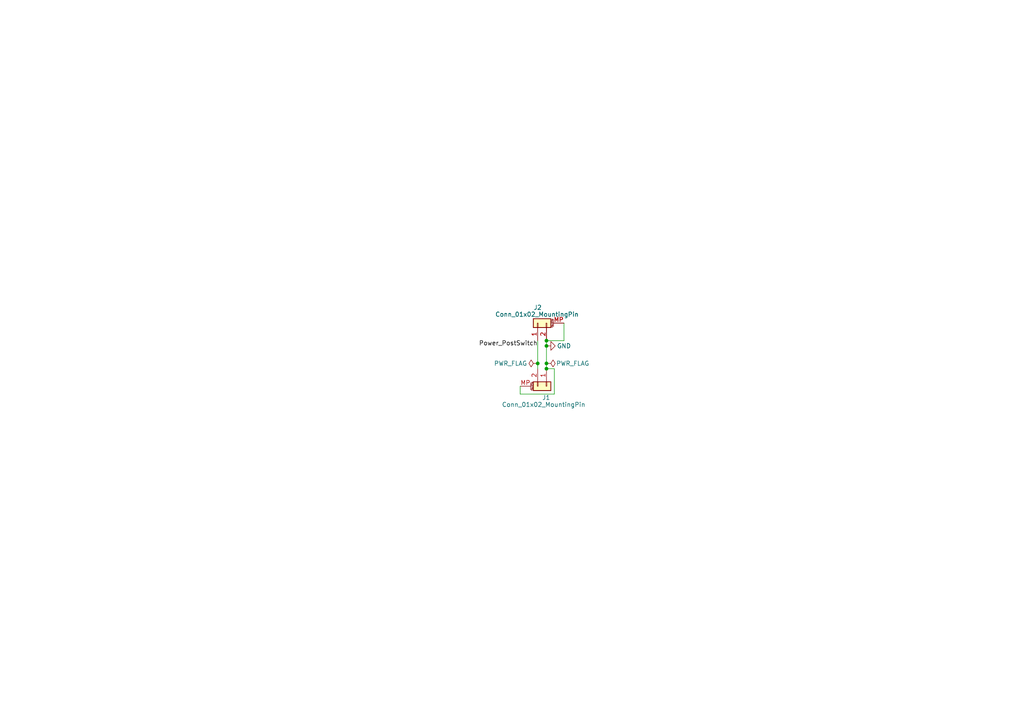
<source format=kicad_sch>
(kicad_sch (version 20211123) (generator eeschema)
  (paper "A4")
  (lib_symbols
    (symbol "Connector_Generic_MountingPin:Conn_01x02_MountingPin" (pin_names (offset 1.016) hide)
      (property "Reference" "J" (at 0 2.54 0))
      (property "Value" "Conn_01x02_MountingPin" (at 1.27 -5.08 0))
      (symbol "Conn_01x02_MountingPin_1_1"
        (rectangle (start -1.27 -2.413) (end 0 -2.667) (stroke (width 0.1524)))
        (rectangle (start -1.27 0.127) (end 0 -0.127) (stroke (width 0.1524)))
        (rectangle (start -1.27 1.27) (end 1.27 -3.81) (stroke (width 0.254)) (fill (type background)))
        (polyline (pts (xy -1.016 -4.572) (xy 1.016 -4.572)) (stroke (width 0.1524)))
        (text "Mounting" (at 0 -4.191 0) (effects (font (size 0.381 0.381))))
        (pin passive line (at -5.08 0 0) (length 3.81) (name "Pin_1") (number "1"))
        (pin passive line (at -5.08 -2.54 0) (length 3.81) (name "Pin_2") (number "2"))
        (pin passive line (at 0 -7.62 90) (length 3.048) (name "MountPin") (number "MP"))
      )
    )
    (symbol "power:GND" (power) (pin_names (offset 0))
      (property "Value" "GND" (at 0 -3.81 0))
      (symbol "GND_0_1"
        (polyline (pts (xy 0 0) (xy 0 -1.27) (xy 1.27 -1.27) (xy 0 -2.54) (xy -1.27 -1.27) (xy 0 -1.27)))
      )
      (symbol "GND_1_1"
        (pin power_in line (at 0 0 270) (length 0) hide (name "GND") (number "1"))
      )
    )
    (symbol "power:PWR_FLAG" (power) (pin_numbers hide) (pin_names (offset 0) hide)
      (property "Value" "PWR_FLAG" (at 0 3.81 0))
      (symbol "PWR_FLAG_0_0"
        (pin power_out line (at 0 0 90) (length 0) (name "pwr") (number "1"))
      )
      (symbol "PWR_FLAG_0_1"
        (polyline (pts (xy 0 0) (xy 0 1.27) (xy -1.016 1.905) (xy 0 2.54) (xy 1.016 1.905) (xy 0 1.27)))
      )
    )
  )
  (junction (at 158.496 105.41))
  (junction (at 158.496 100.33))
  (junction (at 158.496 106.934))
  (junction (at 158.496 98.806))
  (junction (at 155.956 105.41))
  (wire (pts (xy 163.576 98.806) (xy 158.496 98.806)))
  (wire (pts (xy 160.782 114.3) (xy 160.782 106.934)))
  (wire (pts (xy 155.956 105.41) (xy 155.956 98.806)))
  (wire (pts (xy 158.496 100.33) (xy 158.496 98.806)))
  (wire (pts (xy 150.876 114.3) (xy 160.782 114.3)))
  (wire (pts (xy 158.496 106.934) (xy 158.496 105.41)))
  (wire (pts (xy 158.496 105.41) (xy 158.496 100.33)))
  (wire (pts (xy 160.782 106.934) (xy 158.496 106.934)))
  (wire (pts (xy 155.956 106.934) (xy 155.956 105.41)))
  (wire (pts (xy 150.876 112.014) (xy 150.876 114.3)))
  (wire (pts (xy 163.576 93.726) (xy 163.576 98.806)))
  (label "Power_PostSwitch" (at 155.956 100.584 180))
  (symbol (lib_id "Connector_Generic_MountingPin:Conn_01x02_MountingPin") (at 158.496 112.014 270) (unit 1)
    (property "Reference" "J1" (at 157.226 115.316 90) (effects (justify left)))
    (property "Value" "Conn_01x02_MountingPin" (at 145.542 117.348 90) (effects (justify left)))
    (property "Footprint" "Connector_Molex:Molex_PicoBlade_53261-0271_1x02-1MP_P1.25mm_Horizontal" (effects hide))
  )
  (symbol (lib_id "Connector_Generic_MountingPin:Conn_01x02_MountingPin") (at 155.956 93.726 90) (unit 1)
    (property "Reference" "J2" (at 157.1634 89.1922 90) (effects (justify left)))
    (property "Value" "Conn_01x02_MountingPin" (at 167.894 91.186 90) (effects (justify left)))
    (property "Footprint" "Connector_Molex:Molex_PicoBlade_53261-0271_1x02-1MP_P1.25mm_Horizontal" (effects hide))
  )
  (symbol (lib_id "power:PWR_FLAG") (at 155.956 105.41 90) (unit 1)
    (property "Reference" "#FLG0102" (effects hide))
    (property "Value" "PWR_FLAG" (at 148.082 105.41 90))
  )
  (symbol (lib_id "power:PWR_FLAG") (at 158.496 105.41 270) (unit 1)
    (property "Reference" "#FLG0101" (effects hide))
    (property "Value" "PWR_FLAG" (at 170.942 105.41 90) (effects (justify right)))
  )
  (symbol (lib_id "power:GND") (at 158.496 100.33 90) (unit 1)
    (property "Reference" "#PWR0101" (effects hide))
    (property "Value" "GND" (at 163.576 100.33 90))
  )
)
</source>
